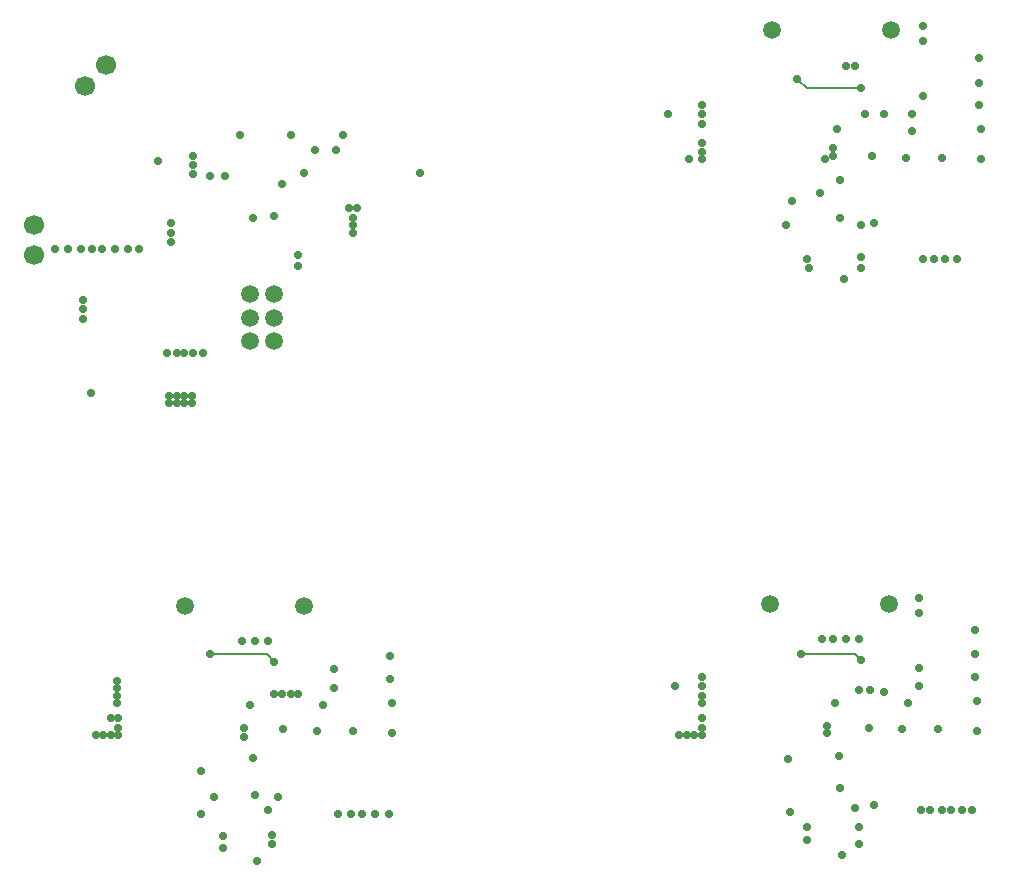
<source format=gbr>
G04 DipTrace 2.4.0.2*
%INGND.gbr*%
%MOMM*%
%ADD15C,0.152*%
%ADD20C,0.7*%
%ADD28C,1.5*%
%ADD30C,1.7*%
%FSLAX53Y53*%
G04*
G71*
G90*
G75*
G01*
%LNInner1_Plane*%
%LPD*%
X21751Y39057D2*
D15*
X26514D1*
X27149Y38422D1*
X76818Y87004D2*
X72239D1*
X71445Y87798D1*
X71763Y39057D2*
X76367D1*
X76843Y38580D1*
D20*
X25403Y76049D3*
X27149Y76208D3*
X26673Y25879D3*
X20957Y29213D3*
X11647Y61182D3*
X21751Y39057D3*
X27149Y38422D3*
X76818Y87004D3*
X71445Y87798D3*
X70969Y77478D3*
X76843Y75414D3*
X27784Y78907D3*
X30642Y81765D3*
X32388D3*
X29213Y72874D3*
X76367Y26038D3*
X70651Y30166D3*
X71763Y39057D3*
X76843Y38580D3*
X29213Y71921D3*
X17306Y80812D3*
X29713Y79860D3*
X39533D3*
D3*
X18417Y75573D3*
Y74779D3*
Y73985D3*
X20322Y81289D3*
Y80495D3*
Y79701D3*
X24291Y83035D3*
X28578D3*
X33023D3*
X12543Y73350D3*
X21751Y79542D3*
X23021D3*
X13654Y73350D3*
X14765D3*
X15718D3*
X10955Y69063D3*
Y68270D3*
Y67476D3*
X8573Y73350D3*
X9685D3*
X10796D3*
X11749D3*
X33817Y76049D3*
Y75414D3*
Y74779D3*
X34135Y76843D3*
X33500D3*
X21116Y64618D3*
X20322D3*
X19528D3*
X18893D3*
X18099D3*
X18258Y60331D3*
X18893D3*
X19528D3*
X20163D3*
Y60966D3*
X19528D3*
X18893D3*
X18258D3*
X63348Y85575D3*
Y84781D3*
Y83988D3*
X60490Y84781D3*
X63348Y82400D3*
Y81606D3*
Y80971D3*
X62237D3*
X82082Y72556D3*
X83035D3*
X83988D3*
X84940D3*
X76367Y88909D3*
X75573D3*
X77161Y84781D3*
X78748D3*
X74779Y83511D3*
X74462Y81924D3*
Y81289D3*
X73826Y80971D3*
X75414Y70810D3*
X76843Y71763D3*
Y72715D3*
X75097Y76049D3*
X77954Y75573D3*
X76684Y23021D3*
X72239Y72556D3*
X72398Y71763D3*
X75097Y79225D3*
X73350Y78113D3*
X76684Y24450D3*
X70492Y75414D3*
X72239Y24450D3*
Y23339D3*
X70810Y25720D3*
X74938Y30483D3*
X75255Y22069D3*
X73509Y40327D3*
X74462D3*
X75573D3*
X76684D3*
X81924Y25879D3*
X82717D3*
X83670D3*
X84464D3*
X85416D3*
X86210D3*
X77954Y26355D3*
X63348Y37151D3*
X75097Y27784D3*
X63348Y36358D3*
Y35564D3*
Y34929D3*
X61125Y36358D3*
X61443Y32230D3*
X62078D3*
X62713D3*
X63348D3*
Y32865D3*
Y33659D3*
X73985Y33023D3*
Y32388D3*
X74620Y34929D3*
X76684Y36040D3*
X77637D3*
X78748Y35881D3*
X25085Y34770D3*
X27149Y35722D3*
X27784D3*
X28578D3*
X29213D3*
X26990Y23021D3*
Y23815D3*
X22862Y22704D3*
Y23656D3*
X25403Y30324D3*
X22069Y26990D3*
X20957Y25561D3*
X27467Y26990D3*
X25561Y27149D3*
X32547Y25561D3*
X33659D3*
X34611D3*
X35722D3*
X36834D3*
X24609Y32865D3*
Y32071D3*
X26673Y40168D3*
X25561D3*
X24450D3*
X25720Y21592D3*
X13813Y34929D3*
Y35564D3*
Y36199D3*
Y36834D3*
X13336Y33659D3*
X13971D3*
Y32865D3*
Y32230D3*
X13336D3*
X12701D3*
X12066D3*
X77796Y81289D3*
X80653Y81130D3*
X83670D3*
X87004Y80971D3*
Y83511D3*
X86845Y85575D3*
Y87480D3*
Y89544D3*
X81130Y83353D3*
Y84781D3*
X82082Y86369D3*
Y90973D3*
Y92243D3*
X77478Y32865D3*
X80336Y32706D3*
X83353D3*
X86687Y32547D3*
Y35087D3*
X86528Y37151D3*
Y39057D3*
Y41121D3*
X80812Y34929D3*
X81765Y36358D3*
Y37945D3*
Y42549D3*
Y43820D3*
X27943Y32706D3*
X30801Y32547D3*
X33817D3*
X37151Y32388D3*
Y34929D3*
X36993Y36993D3*
Y38898D3*
X31277Y34770D3*
X32230Y36199D3*
Y37786D3*
D28*
X79383Y91926D3*
X69283D3*
X29689Y43185D3*
X19589D3*
D30*
X11112Y87154D3*
X12909Y88950D3*
D28*
X25102Y69587D3*
Y67587D3*
Y65587D3*
X27102D3*
Y67587D3*
Y69587D3*
D30*
X6826Y72866D3*
Y75406D3*
D28*
X79225Y43343D3*
X69125D3*
M02*

</source>
